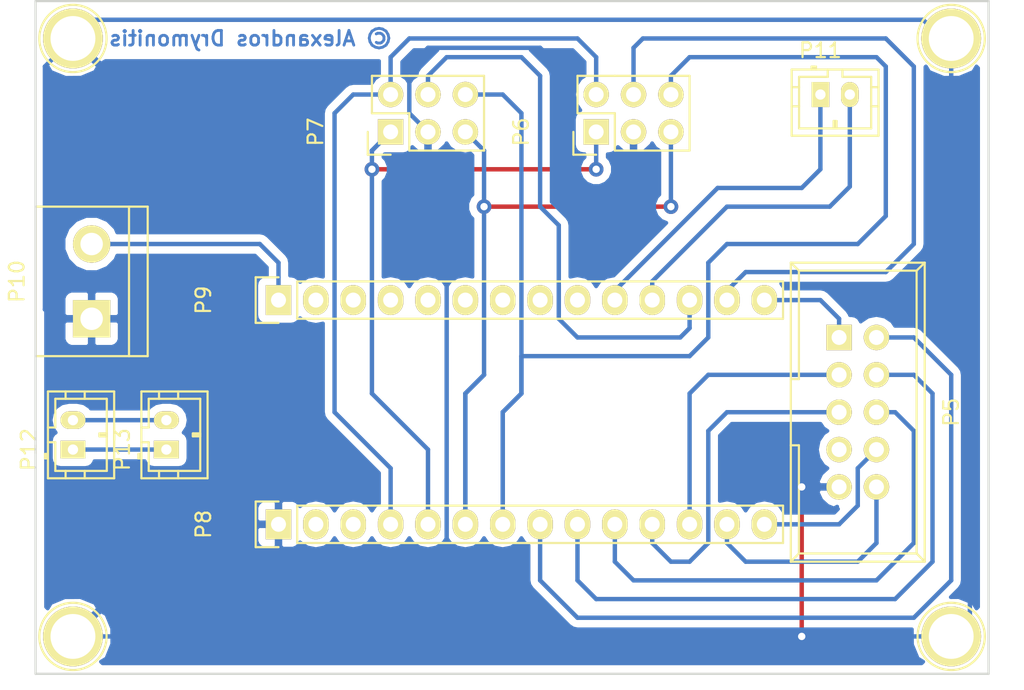
<source format=kicad_pcb>
(kicad_pcb (version 4) (host pcbnew 4.0.6+dfsg1-1)

  (general
    (links 31)
    (no_connects 0)
    (area 94.026667 87.417 163.783334 135.949)
    (thickness 1.6)
    (drawings 5)
    (tracks 167)
    (zones 0)
    (modules 13)
    (nets 32)
  )

  (page A4)
  (title_block
    (title "Teensy Mother Board")
    (date 2017-11-01)
    (rev 1)
    (company "Alexandros Drymonitis")
  )

  (layers
    (0 F.Cu signal)
    (31 B.Cu signal)
    (32 B.Adhes user)
    (33 F.Adhes user)
    (34 B.Paste user)
    (35 F.Paste user)
    (36 B.SilkS user)
    (37 F.SilkS user)
    (38 B.Mask user)
    (39 F.Mask user)
    (40 Dwgs.User user)
    (41 Cmts.User user)
    (42 Eco1.User user)
    (43 Eco2.User user)
    (44 Edge.Cuts user)
    (45 Margin user)
    (46 B.CrtYd user)
    (47 F.CrtYd user)
    (48 B.Fab user)
    (49 F.Fab user)
  )

  (setup
    (last_trace_width 0.3)
    (trace_clearance 0.2)
    (zone_clearance 0.508)
    (zone_45_only yes)
    (trace_min 0.2)
    (segment_width 0.2)
    (edge_width 0.15)
    (via_size 1)
    (via_drill 0.5)
    (via_min_size 0.5)
    (via_min_drill 0.3)
    (uvia_size 0.3)
    (uvia_drill 0.1)
    (uvias_allowed no)
    (uvia_min_size 0.2)
    (uvia_min_drill 0.1)
    (pcb_text_width 0.3)
    (pcb_text_size 1.5 1.5)
    (mod_edge_width 0.15)
    (mod_text_size 1 1)
    (mod_text_width 0.15)
    (pad_size 1.524 1.524)
    (pad_drill 0.762)
    (pad_to_mask_clearance 0.2)
    (aux_axis_origin 0 0)
    (visible_elements FFFFFF7F)
    (pcbplotparams
      (layerselection 0x010f0_80000001)
      (usegerberextensions false)
      (excludeedgelayer true)
      (linewidth 0.050000)
      (plotframeref false)
      (viasonmask false)
      (mode 1)
      (useauxorigin false)
      (hpglpennumber 1)
      (hpglpenspeed 20)
      (hpglpendiameter 15)
      (hpglpenoverlay 2)
      (psnegative false)
      (psa4output false)
      (plotreference true)
      (plotvalue true)
      (plotinvisibletext false)
      (padsonsilk false)
      (subtractmaskfromsilk false)
      (outputformat 1)
      (mirror false)
      (drillshape 0)
      (scaleselection 1)
      (outputdirectory gerber_files/))
  )

  (net 0 "")
  (net 1 GND)
  (net 2 /SCK)
  (net 3 /SLAVE_MUX_C)
  (net 4 /OUTPUT_LATCH)
  (net 5 /SLAVE_MUX_B)
  (net 6 /INPUT_LATCH)
  (net 7 /SLAVE_MUX_A)
  (net 8 "Net-(P5-Pad7)")
  (net 9 /MISO)
  (net 10 /MOSI)
  (net 11 /MASTER_MUX_C)
  (net 12 /MASTER_MUX_D)
  (net 13 /ANALOG_IN_A)
  (net 14 /MASTER_MUX_B)
  (net 15 /MASTER_MUX_A)
  (net 16 /ANALOG_IN_B)
  (net 17 "Net-(P8-Pad2)")
  (net 18 "Net-(P8-Pad3)")
  (net 19 VCC)
  (net 20 "Net-(P9-Pad2)")
  (net 21 "Net-(P9-Pad3)")
  (net 22 "Net-(P9-Pad4)")
  (net 23 "Net-(P9-Pad5)")
  (net 24 "Net-(P9-Pad6)")
  (net 25 "Net-(P9-Pad7)")
  (net 26 "Net-(P9-Pad8)")
  (net 27 "Net-(P9-Pad9)")
  (net 28 /INTERRUPT)
  (net 29 /CONST_HIGH)
  (net 30 /D+)
  (net 31 /D-)

  (net_class Default "This is the default net class."
    (clearance 0.2)
    (trace_width 0.3)
    (via_dia 1)
    (via_drill 0.5)
    (uvia_dia 0.3)
    (uvia_drill 0.1)
    (add_net /ANALOG_IN_A)
    (add_net /ANALOG_IN_B)
    (add_net /CONST_HIGH)
    (add_net /D+)
    (add_net /D-)
    (add_net /INPUT_LATCH)
    (add_net /INTERRUPT)
    (add_net /MASTER_MUX_A)
    (add_net /MASTER_MUX_B)
    (add_net /MASTER_MUX_C)
    (add_net /MASTER_MUX_D)
    (add_net /MISO)
    (add_net /MOSI)
    (add_net /OUTPUT_LATCH)
    (add_net /SCK)
    (add_net /SLAVE_MUX_A)
    (add_net /SLAVE_MUX_B)
    (add_net /SLAVE_MUX_C)
    (add_net GND)
    (add_net "Net-(P5-Pad7)")
    (add_net "Net-(P8-Pad2)")
    (add_net "Net-(P8-Pad3)")
    (add_net "Net-(P9-Pad2)")
    (add_net "Net-(P9-Pad3)")
    (add_net "Net-(P9-Pad4)")
    (add_net "Net-(P9-Pad5)")
    (add_net "Net-(P9-Pad6)")
    (add_net "Net-(P9-Pad7)")
    (add_net "Net-(P9-Pad8)")
    (add_net "Net-(P9-Pad9)")
    (add_net VCC)
  )

  (module Pin_Headers:Pin_Header_Straight_2x03 (layer F.Cu) (tedit 54EA0A4B) (tstamp 5964E4B6)
    (at 134.62 97.79 90)
    (descr "Through hole pin header")
    (tags "pin header")
    (path /5964DC8C)
    (fp_text reference P6 (at 0 -5.1 90) (layer F.SilkS)
      (effects (font (size 1 1) (thickness 0.15)))
    )
    (fp_text value CONN_02X03 (at 0 -3.1 90) (layer F.Fab)
      (effects (font (size 1 1) (thickness 0.15)))
    )
    (fp_line (start -1.27 1.27) (end -1.27 6.35) (layer F.SilkS) (width 0.15))
    (fp_line (start -1.55 -1.55) (end 0 -1.55) (layer F.SilkS) (width 0.15))
    (fp_line (start -1.75 -1.75) (end -1.75 6.85) (layer F.CrtYd) (width 0.05))
    (fp_line (start 4.3 -1.75) (end 4.3 6.85) (layer F.CrtYd) (width 0.05))
    (fp_line (start -1.75 -1.75) (end 4.3 -1.75) (layer F.CrtYd) (width 0.05))
    (fp_line (start -1.75 6.85) (end 4.3 6.85) (layer F.CrtYd) (width 0.05))
    (fp_line (start 1.27 -1.27) (end 1.27 1.27) (layer F.SilkS) (width 0.15))
    (fp_line (start 1.27 1.27) (end -1.27 1.27) (layer F.SilkS) (width 0.15))
    (fp_line (start -1.27 6.35) (end 3.81 6.35) (layer F.SilkS) (width 0.15))
    (fp_line (start 3.81 6.35) (end 3.81 1.27) (layer F.SilkS) (width 0.15))
    (fp_line (start -1.55 -1.55) (end -1.55 0) (layer F.SilkS) (width 0.15))
    (fp_line (start 3.81 -1.27) (end 1.27 -1.27) (layer F.SilkS) (width 0.15))
    (fp_line (start 3.81 1.27) (end 3.81 -1.27) (layer F.SilkS) (width 0.15))
    (pad 1 thru_hole rect (at 0 0 90) (size 1.7272 1.7272) (drill 1.016) (layers *.Cu *.Mask F.SilkS)
      (net 11 /MASTER_MUX_C))
    (pad 2 thru_hole oval (at 2.54 0 90) (size 1.7272 1.7272) (drill 1.016) (layers *.Cu *.Mask F.SilkS)
      (net 12 /MASTER_MUX_D))
    (pad 3 thru_hole oval (at 0 2.54 90) (size 1.7272 1.7272) (drill 1.016) (layers *.Cu *.Mask F.SilkS)
      (net 1 GND))
    (pad 4 thru_hole oval (at 2.54 2.54 90) (size 1.7272 1.7272) (drill 1.016) (layers *.Cu *.Mask F.SilkS)
      (net 13 /ANALOG_IN_A))
    (pad 5 thru_hole oval (at 0 5.08 90) (size 1.7272 1.7272) (drill 1.016) (layers *.Cu *.Mask F.SilkS)
      (net 14 /MASTER_MUX_B))
    (pad 6 thru_hole oval (at 2.54 5.08 90) (size 1.7272 1.7272) (drill 1.016) (layers *.Cu *.Mask F.SilkS)
      (net 15 /MASTER_MUX_A))
    (model Pin_Headers.3dshapes/Pin_Header_Straight_2x03.wrl
      (at (xyz 0.05 -0.1 0))
      (scale (xyz 1 1 1))
      (rotate (xyz 0 0 90))
    )
  )

  (module Pin_Headers:Pin_Header_Straight_2x03 (layer F.Cu) (tedit 54EA0A4B) (tstamp 5964E4C0)
    (at 120.65 97.79 90)
    (descr "Through hole pin header")
    (tags "pin header")
    (path /5964DCBF)
    (fp_text reference P7 (at 0 -5.1 90) (layer F.SilkS)
      (effects (font (size 1 1) (thickness 0.15)))
    )
    (fp_text value CONN_02X03 (at 0 -3.1 90) (layer F.Fab)
      (effects (font (size 1 1) (thickness 0.15)))
    )
    (fp_line (start -1.27 1.27) (end -1.27 6.35) (layer F.SilkS) (width 0.15))
    (fp_line (start -1.55 -1.55) (end 0 -1.55) (layer F.SilkS) (width 0.15))
    (fp_line (start -1.75 -1.75) (end -1.75 6.85) (layer F.CrtYd) (width 0.05))
    (fp_line (start 4.3 -1.75) (end 4.3 6.85) (layer F.CrtYd) (width 0.05))
    (fp_line (start -1.75 -1.75) (end 4.3 -1.75) (layer F.CrtYd) (width 0.05))
    (fp_line (start -1.75 6.85) (end 4.3 6.85) (layer F.CrtYd) (width 0.05))
    (fp_line (start 1.27 -1.27) (end 1.27 1.27) (layer F.SilkS) (width 0.15))
    (fp_line (start 1.27 1.27) (end -1.27 1.27) (layer F.SilkS) (width 0.15))
    (fp_line (start -1.27 6.35) (end 3.81 6.35) (layer F.SilkS) (width 0.15))
    (fp_line (start 3.81 6.35) (end 3.81 1.27) (layer F.SilkS) (width 0.15))
    (fp_line (start -1.55 -1.55) (end -1.55 0) (layer F.SilkS) (width 0.15))
    (fp_line (start 3.81 -1.27) (end 1.27 -1.27) (layer F.SilkS) (width 0.15))
    (fp_line (start 3.81 1.27) (end 3.81 -1.27) (layer F.SilkS) (width 0.15))
    (pad 1 thru_hole rect (at 0 0 90) (size 1.7272 1.7272) (drill 1.016) (layers *.Cu *.Mask F.SilkS)
      (net 11 /MASTER_MUX_C))
    (pad 2 thru_hole oval (at 2.54 0 90) (size 1.7272 1.7272) (drill 1.016) (layers *.Cu *.Mask F.SilkS)
      (net 12 /MASTER_MUX_D))
    (pad 3 thru_hole oval (at 0 2.54 90) (size 1.7272 1.7272) (drill 1.016) (layers *.Cu *.Mask F.SilkS)
      (net 1 GND))
    (pad 4 thru_hole oval (at 2.54 2.54 90) (size 1.7272 1.7272) (drill 1.016) (layers *.Cu *.Mask F.SilkS)
      (net 16 /ANALOG_IN_B))
    (pad 5 thru_hole oval (at 0 5.08 90) (size 1.7272 1.7272) (drill 1.016) (layers *.Cu *.Mask F.SilkS)
      (net 14 /MASTER_MUX_B))
    (pad 6 thru_hole oval (at 2.54 5.08 90) (size 1.7272 1.7272) (drill 1.016) (layers *.Cu *.Mask F.SilkS)
      (net 15 /MASTER_MUX_A))
    (model Pin_Headers.3dshapes/Pin_Header_Straight_2x03.wrl
      (at (xyz 0.05 -0.1 0))
      (scale (xyz 1 1 1))
      (rotate (xyz 0 0 90))
    )
  )

  (module Pin_Headers:Pin_Header_Straight_1x14 (layer F.Cu) (tedit 0) (tstamp 5964E4D2)
    (at 113.03 124.46 90)
    (descr "Through hole pin header")
    (tags "pin header")
    (path /5964DC13)
    (fp_text reference P8 (at 0 -5.1 90) (layer F.SilkS)
      (effects (font (size 1 1) (thickness 0.15)))
    )
    (fp_text value CONN_01X14 (at 0 -3.1 90) (layer F.Fab)
      (effects (font (size 1 1) (thickness 0.15)))
    )
    (fp_line (start -1.75 -1.75) (end -1.75 34.8) (layer F.CrtYd) (width 0.05))
    (fp_line (start 1.75 -1.75) (end 1.75 34.8) (layer F.CrtYd) (width 0.05))
    (fp_line (start -1.75 -1.75) (end 1.75 -1.75) (layer F.CrtYd) (width 0.05))
    (fp_line (start -1.75 34.8) (end 1.75 34.8) (layer F.CrtYd) (width 0.05))
    (fp_line (start -1.27 1.27) (end -1.27 34.29) (layer F.SilkS) (width 0.15))
    (fp_line (start -1.27 34.29) (end 1.27 34.29) (layer F.SilkS) (width 0.15))
    (fp_line (start 1.27 34.29) (end 1.27 1.27) (layer F.SilkS) (width 0.15))
    (fp_line (start 1.55 -1.55) (end 1.55 0) (layer F.SilkS) (width 0.15))
    (fp_line (start 1.27 1.27) (end -1.27 1.27) (layer F.SilkS) (width 0.15))
    (fp_line (start -1.55 0) (end -1.55 -1.55) (layer F.SilkS) (width 0.15))
    (fp_line (start -1.55 -1.55) (end 1.55 -1.55) (layer F.SilkS) (width 0.15))
    (pad 1 thru_hole rect (at 0 0 90) (size 2.032 1.7272) (drill 1.016) (layers *.Cu *.Mask F.SilkS)
      (net 1 GND))
    (pad 2 thru_hole oval (at 0 2.54 90) (size 2.032 1.7272) (drill 1.016) (layers *.Cu *.Mask F.SilkS)
      (net 17 "Net-(P8-Pad2)"))
    (pad 3 thru_hole oval (at 0 5.08 90) (size 2.032 1.7272) (drill 1.016) (layers *.Cu *.Mask F.SilkS)
      (net 18 "Net-(P8-Pad3)"))
    (pad 4 thru_hole oval (at 0 7.62 90) (size 2.032 1.7272) (drill 1.016) (layers *.Cu *.Mask F.SilkS)
      (net 12 /MASTER_MUX_D))
    (pad 5 thru_hole oval (at 0 10.16 90) (size 2.032 1.7272) (drill 1.016) (layers *.Cu *.Mask F.SilkS)
      (net 11 /MASTER_MUX_C))
    (pad 6 thru_hole oval (at 0 12.7 90) (size 2.032 1.7272) (drill 1.016) (layers *.Cu *.Mask F.SilkS)
      (net 14 /MASTER_MUX_B))
    (pad 7 thru_hole oval (at 0 15.24 90) (size 2.032 1.7272) (drill 1.016) (layers *.Cu *.Mask F.SilkS)
      (net 15 /MASTER_MUX_A))
    (pad 8 thru_hole oval (at 0 17.78 90) (size 2.032 1.7272) (drill 1.016) (layers *.Cu *.Mask F.SilkS)
      (net 3 /SLAVE_MUX_C))
    (pad 9 thru_hole oval (at 0 20.32 90) (size 2.032 1.7272) (drill 1.016) (layers *.Cu *.Mask F.SilkS)
      (net 5 /SLAVE_MUX_B))
    (pad 10 thru_hole oval (at 0 22.86 90) (size 2.032 1.7272) (drill 1.016) (layers *.Cu *.Mask F.SilkS)
      (net 7 /SLAVE_MUX_A))
    (pad 11 thru_hole oval (at 0 25.4 90) (size 2.032 1.7272) (drill 1.016) (layers *.Cu *.Mask F.SilkS)
      (net 6 /INPUT_LATCH))
    (pad 12 thru_hole oval (at 0 27.94 90) (size 2.032 1.7272) (drill 1.016) (layers *.Cu *.Mask F.SilkS)
      (net 4 /OUTPUT_LATCH))
    (pad 13 thru_hole oval (at 0 30.48 90) (size 2.032 1.7272) (drill 1.016) (layers *.Cu *.Mask F.SilkS)
      (net 10 /MOSI))
    (pad 14 thru_hole oval (at 0 33.02 90) (size 2.032 1.7272) (drill 1.016) (layers *.Cu *.Mask F.SilkS)
      (net 9 /MISO))
    (model Pin_Headers.3dshapes/Pin_Header_Straight_1x14.wrl
      (at (xyz 0 -0.65 0))
      (scale (xyz 1 1 1))
      (rotate (xyz 0 0 90))
    )
  )

  (module Pin_Headers:Pin_Header_Straight_1x14 (layer F.Cu) (tedit 0) (tstamp 5964E4E4)
    (at 113.03 109.22 90)
    (descr "Through hole pin header")
    (tags "pin header")
    (path /5964DB7F)
    (fp_text reference P9 (at 0 -5.1 90) (layer F.SilkS)
      (effects (font (size 1 1) (thickness 0.15)))
    )
    (fp_text value CONN_01X14 (at 0 -3.1 90) (layer F.Fab)
      (effects (font (size 1 1) (thickness 0.15)))
    )
    (fp_line (start -1.75 -1.75) (end -1.75 34.8) (layer F.CrtYd) (width 0.05))
    (fp_line (start 1.75 -1.75) (end 1.75 34.8) (layer F.CrtYd) (width 0.05))
    (fp_line (start -1.75 -1.75) (end 1.75 -1.75) (layer F.CrtYd) (width 0.05))
    (fp_line (start -1.75 34.8) (end 1.75 34.8) (layer F.CrtYd) (width 0.05))
    (fp_line (start -1.27 1.27) (end -1.27 34.29) (layer F.SilkS) (width 0.15))
    (fp_line (start -1.27 34.29) (end 1.27 34.29) (layer F.SilkS) (width 0.15))
    (fp_line (start 1.27 34.29) (end 1.27 1.27) (layer F.SilkS) (width 0.15))
    (fp_line (start 1.55 -1.55) (end 1.55 0) (layer F.SilkS) (width 0.15))
    (fp_line (start 1.27 1.27) (end -1.27 1.27) (layer F.SilkS) (width 0.15))
    (fp_line (start -1.55 0) (end -1.55 -1.55) (layer F.SilkS) (width 0.15))
    (fp_line (start -1.55 -1.55) (end 1.55 -1.55) (layer F.SilkS) (width 0.15))
    (pad 1 thru_hole rect (at 0 0 90) (size 2.032 1.7272) (drill 1.016) (layers *.Cu *.Mask F.SilkS)
      (net 19 VCC))
    (pad 2 thru_hole oval (at 0 2.54 90) (size 2.032 1.7272) (drill 1.016) (layers *.Cu *.Mask F.SilkS)
      (net 20 "Net-(P9-Pad2)"))
    (pad 3 thru_hole oval (at 0 5.08 90) (size 2.032 1.7272) (drill 1.016) (layers *.Cu *.Mask F.SilkS)
      (net 21 "Net-(P9-Pad3)"))
    (pad 4 thru_hole oval (at 0 7.62 90) (size 2.032 1.7272) (drill 1.016) (layers *.Cu *.Mask F.SilkS)
      (net 22 "Net-(P9-Pad4)"))
    (pad 5 thru_hole oval (at 0 10.16 90) (size 2.032 1.7272) (drill 1.016) (layers *.Cu *.Mask F.SilkS)
      (net 23 "Net-(P9-Pad5)"))
    (pad 6 thru_hole oval (at 0 12.7 90) (size 2.032 1.7272) (drill 1.016) (layers *.Cu *.Mask F.SilkS)
      (net 24 "Net-(P9-Pad6)"))
    (pad 7 thru_hole oval (at 0 15.24 90) (size 2.032 1.7272) (drill 1.016) (layers *.Cu *.Mask F.SilkS)
      (net 25 "Net-(P9-Pad7)"))
    (pad 8 thru_hole oval (at 0 17.78 90) (size 2.032 1.7272) (drill 1.016) (layers *.Cu *.Mask F.SilkS)
      (net 26 "Net-(P9-Pad8)"))
    (pad 9 thru_hole oval (at 0 20.32 90) (size 2.032 1.7272) (drill 1.016) (layers *.Cu *.Mask F.SilkS)
      (net 27 "Net-(P9-Pad9)"))
    (pad 10 thru_hole oval (at 0 22.86 90) (size 2.032 1.7272) (drill 1.016) (layers *.Cu *.Mask F.SilkS)
      (net 28 /INTERRUPT))
    (pad 11 thru_hole oval (at 0 25.4 90) (size 2.032 1.7272) (drill 1.016) (layers *.Cu *.Mask F.SilkS)
      (net 29 /CONST_HIGH))
    (pad 12 thru_hole oval (at 0 27.94 90) (size 2.032 1.7272) (drill 1.016) (layers *.Cu *.Mask F.SilkS)
      (net 16 /ANALOG_IN_B))
    (pad 13 thru_hole oval (at 0 30.48 90) (size 2.032 1.7272) (drill 1.016) (layers *.Cu *.Mask F.SilkS)
      (net 13 /ANALOG_IN_A))
    (pad 14 thru_hole oval (at 0 33.02 90) (size 2.032 1.7272) (drill 1.016) (layers *.Cu *.Mask F.SilkS)
      (net 2 /SCK))
    (model Pin_Headers.3dshapes/Pin_Header_Straight_1x14.wrl
      (at (xyz 0 -0.65 0))
      (scale (xyz 1 1 1))
      (rotate (xyz 0 0 90))
    )
  )

  (module Connectors_JST:Connectors_JST_B2B-PH-K (layer F.Cu) (tedit 55F6C32A) (tstamp 5964E4F0)
    (at 149.86 95.25)
    (descr "JST PH series connector, B2B-PH-K")
    (tags "connector jst ph")
    (path /5964DDA1)
    (fp_text reference P11 (at 0 -3) (layer F.SilkS)
      (effects (font (size 1 1) (thickness 0.15)))
    )
    (fp_text value CONN_01X02 (at 1 4) (layer F.Fab)
      (effects (font (size 1 1) (thickness 0.15)))
    )
    (fp_line (start -1.95 2.8) (end -1.95 -1.7) (layer F.SilkS) (width 0.15))
    (fp_line (start -1.95 -1.7) (end 3.95 -1.7) (layer F.SilkS) (width 0.15))
    (fp_line (start 3.95 -1.7) (end 3.95 2.8) (layer F.SilkS) (width 0.15))
    (fp_line (start 3.95 2.8) (end -1.95 2.8) (layer F.SilkS) (width 0.15))
    (fp_line (start 0.5 -1.7) (end 0.5 -1.2) (layer F.SilkS) (width 0.15))
    (fp_line (start 0.5 -1.2) (end -1.45 -1.2) (layer F.SilkS) (width 0.15))
    (fp_line (start -1.45 -1.2) (end -1.45 2.3) (layer F.SilkS) (width 0.15))
    (fp_line (start -1.45 2.3) (end 3.45 2.3) (layer F.SilkS) (width 0.15))
    (fp_line (start 3.45 2.3) (end 3.45 -1.2) (layer F.SilkS) (width 0.15))
    (fp_line (start 3.45 -1.2) (end 1.5 -1.2) (layer F.SilkS) (width 0.15))
    (fp_line (start 1.5 -1.2) (end 1.5 -1.7) (layer F.SilkS) (width 0.15))
    (fp_line (start -1.95 -0.5) (end -1.45 -0.5) (layer F.SilkS) (width 0.15))
    (fp_line (start -1.95 0.8) (end -1.45 0.8) (layer F.SilkS) (width 0.15))
    (fp_line (start 3.45 -0.5) (end 3.95 -0.5) (layer F.SilkS) (width 0.15))
    (fp_line (start 3.45 0.8) (end 3.95 0.8) (layer F.SilkS) (width 0.15))
    (fp_line (start -0.3 -1.7) (end -0.3 -1.9) (layer F.SilkS) (width 0.15))
    (fp_line (start -0.3 -1.9) (end -0.6 -1.9) (layer F.SilkS) (width 0.15))
    (fp_line (start -0.6 -1.9) (end -0.6 -1.7) (layer F.SilkS) (width 0.15))
    (fp_line (start -0.3 -1.8) (end -0.6 -1.8) (layer F.SilkS) (width 0.15))
    (fp_line (start 0.9 2.3) (end 0.9 1.8) (layer F.SilkS) (width 0.15))
    (fp_line (start 0.9 1.8) (end 1.1 1.8) (layer F.SilkS) (width 0.15))
    (fp_line (start 1.1 1.8) (end 1.1 2.3) (layer F.SilkS) (width 0.15))
    (fp_line (start 1 2.3) (end 1 1.8) (layer F.SilkS) (width 0.15))
    (fp_line (start -2.45 3.3) (end -2.45 -2.2) (layer F.CrtYd) (width 0.05))
    (fp_line (start -2.45 -2.2) (end 4.45 -2.2) (layer F.CrtYd) (width 0.05))
    (fp_line (start 4.45 -2.2) (end 4.45 3.3) (layer F.CrtYd) (width 0.05))
    (fp_line (start 4.45 3.3) (end -2.45 3.3) (layer F.CrtYd) (width 0.05))
    (pad 1 thru_hole rect (at 0 0) (size 1.2 1.7) (drill 0.7) (layers *.Cu *.Mask F.SilkS)
      (net 28 /INTERRUPT))
    (pad 2 thru_hole oval (at 2 0) (size 1.2 1.7) (drill 0.7) (layers *.Cu *.Mask F.SilkS)
      (net 29 /CONST_HIGH))
  )

  (module Connectors_JST:Connectors_JST_B2B-PH-K (layer F.Cu) (tedit 55F6C32A) (tstamp 5964EA6E)
    (at 99.06 119.38 90)
    (descr "JST PH series connector, B2B-PH-K")
    (tags "connector jst ph")
    (path /59655191)
    (fp_text reference P12 (at 0 -3 90) (layer F.SilkS)
      (effects (font (size 1 1) (thickness 0.15)))
    )
    (fp_text value CONN_01X02 (at 1 4 90) (layer F.Fab)
      (effects (font (size 1 1) (thickness 0.15)))
    )
    (fp_line (start -1.95 2.8) (end -1.95 -1.7) (layer F.SilkS) (width 0.15))
    (fp_line (start -1.95 -1.7) (end 3.95 -1.7) (layer F.SilkS) (width 0.15))
    (fp_line (start 3.95 -1.7) (end 3.95 2.8) (layer F.SilkS) (width 0.15))
    (fp_line (start 3.95 2.8) (end -1.95 2.8) (layer F.SilkS) (width 0.15))
    (fp_line (start 0.5 -1.7) (end 0.5 -1.2) (layer F.SilkS) (width 0.15))
    (fp_line (start 0.5 -1.2) (end -1.45 -1.2) (layer F.SilkS) (width 0.15))
    (fp_line (start -1.45 -1.2) (end -1.45 2.3) (layer F.SilkS) (width 0.15))
    (fp_line (start -1.45 2.3) (end 3.45 2.3) (layer F.SilkS) (width 0.15))
    (fp_line (start 3.45 2.3) (end 3.45 -1.2) (layer F.SilkS) (width 0.15))
    (fp_line (start 3.45 -1.2) (end 1.5 -1.2) (layer F.SilkS) (width 0.15))
    (fp_line (start 1.5 -1.2) (end 1.5 -1.7) (layer F.SilkS) (width 0.15))
    (fp_line (start -1.95 -0.5) (end -1.45 -0.5) (layer F.SilkS) (width 0.15))
    (fp_line (start -1.95 0.8) (end -1.45 0.8) (layer F.SilkS) (width 0.15))
    (fp_line (start 3.45 -0.5) (end 3.95 -0.5) (layer F.SilkS) (width 0.15))
    (fp_line (start 3.45 0.8) (end 3.95 0.8) (layer F.SilkS) (width 0.15))
    (fp_line (start -0.3 -1.7) (end -0.3 -1.9) (layer F.SilkS) (width 0.15))
    (fp_line (start -0.3 -1.9) (end -0.6 -1.9) (layer F.SilkS) (width 0.15))
    (fp_line (start -0.6 -1.9) (end -0.6 -1.7) (layer F.SilkS) (width 0.15))
    (fp_line (start -0.3 -1.8) (end -0.6 -1.8) (layer F.SilkS) (width 0.15))
    (fp_line (start 0.9 2.3) (end 0.9 1.8) (layer F.SilkS) (width 0.15))
    (fp_line (start 0.9 1.8) (end 1.1 1.8) (layer F.SilkS) (width 0.15))
    (fp_line (start 1.1 1.8) (end 1.1 2.3) (layer F.SilkS) (width 0.15))
    (fp_line (start 1 2.3) (end 1 1.8) (layer F.SilkS) (width 0.15))
    (fp_line (start -2.45 3.3) (end -2.45 -2.2) (layer F.CrtYd) (width 0.05))
    (fp_line (start -2.45 -2.2) (end 4.45 -2.2) (layer F.CrtYd) (width 0.05))
    (fp_line (start 4.45 -2.2) (end 4.45 3.3) (layer F.CrtYd) (width 0.05))
    (fp_line (start 4.45 3.3) (end -2.45 3.3) (layer F.CrtYd) (width 0.05))
    (pad 1 thru_hole rect (at 0 0 90) (size 1.2 1.7) (drill 0.7) (layers *.Cu *.Mask F.SilkS)
      (net 30 /D+))
    (pad 2 thru_hole oval (at 2 0 90) (size 1.2 1.7) (drill 0.7) (layers *.Cu *.Mask F.SilkS)
      (net 31 /D-))
  )

  (module Connectors_JST:Connectors_JST_B2B-PH-K (layer F.Cu) (tedit 55F6C32A) (tstamp 5964EA74)
    (at 105.41 119.38 90)
    (descr "JST PH series connector, B2B-PH-K")
    (tags "connector jst ph")
    (path /59655118)
    (fp_text reference P13 (at 0 -3 90) (layer F.SilkS)
      (effects (font (size 1 1) (thickness 0.15)))
    )
    (fp_text value CONN_01X02 (at 1 4 90) (layer F.Fab)
      (effects (font (size 1 1) (thickness 0.15)))
    )
    (fp_line (start -1.95 2.8) (end -1.95 -1.7) (layer F.SilkS) (width 0.15))
    (fp_line (start -1.95 -1.7) (end 3.95 -1.7) (layer F.SilkS) (width 0.15))
    (fp_line (start 3.95 -1.7) (end 3.95 2.8) (layer F.SilkS) (width 0.15))
    (fp_line (start 3.95 2.8) (end -1.95 2.8) (layer F.SilkS) (width 0.15))
    (fp_line (start 0.5 -1.7) (end 0.5 -1.2) (layer F.SilkS) (width 0.15))
    (fp_line (start 0.5 -1.2) (end -1.45 -1.2) (layer F.SilkS) (width 0.15))
    (fp_line (start -1.45 -1.2) (end -1.45 2.3) (layer F.SilkS) (width 0.15))
    (fp_line (start -1.45 2.3) (end 3.45 2.3) (layer F.SilkS) (width 0.15))
    (fp_line (start 3.45 2.3) (end 3.45 -1.2) (layer F.SilkS) (width 0.15))
    (fp_line (start 3.45 -1.2) (end 1.5 -1.2) (layer F.SilkS) (width 0.15))
    (fp_line (start 1.5 -1.2) (end 1.5 -1.7) (layer F.SilkS) (width 0.15))
    (fp_line (start -1.95 -0.5) (end -1.45 -0.5) (layer F.SilkS) (width 0.15))
    (fp_line (start -1.95 0.8) (end -1.45 0.8) (layer F.SilkS) (width 0.15))
    (fp_line (start 3.45 -0.5) (end 3.95 -0.5) (layer F.SilkS) (width 0.15))
    (fp_line (start 3.45 0.8) (end 3.95 0.8) (layer F.SilkS) (width 0.15))
    (fp_line (start -0.3 -1.7) (end -0.3 -1.9) (layer F.SilkS) (width 0.15))
    (fp_line (start -0.3 -1.9) (end -0.6 -1.9) (layer F.SilkS) (width 0.15))
    (fp_line (start -0.6 -1.9) (end -0.6 -1.7) (layer F.SilkS) (width 0.15))
    (fp_line (start -0.3 -1.8) (end -0.6 -1.8) (layer F.SilkS) (width 0.15))
    (fp_line (start 0.9 2.3) (end 0.9 1.8) (layer F.SilkS) (width 0.15))
    (fp_line (start 0.9 1.8) (end 1.1 1.8) (layer F.SilkS) (width 0.15))
    (fp_line (start 1.1 1.8) (end 1.1 2.3) (layer F.SilkS) (width 0.15))
    (fp_line (start 1 2.3) (end 1 1.8) (layer F.SilkS) (width 0.15))
    (fp_line (start -2.45 3.3) (end -2.45 -2.2) (layer F.CrtYd) (width 0.05))
    (fp_line (start -2.45 -2.2) (end 4.45 -2.2) (layer F.CrtYd) (width 0.05))
    (fp_line (start 4.45 -2.2) (end 4.45 3.3) (layer F.CrtYd) (width 0.05))
    (fp_line (start 4.45 3.3) (end -2.45 3.3) (layer F.CrtYd) (width 0.05))
    (pad 1 thru_hole rect (at 0 0 90) (size 1.2 1.7) (drill 0.7) (layers *.Cu *.Mask F.SilkS)
      (net 30 /D+))
    (pad 2 thru_hole oval (at 2 0 90) (size 1.2 1.7) (drill 0.7) (layers *.Cu *.Mask F.SilkS)
      (net 31 /D-))
  )

  (module drillhole:hole (layer F.Cu) (tedit 5957842A) (tstamp 59668951)
    (at 158.75 91.44)
    (descr "module 1 pin (ou trou mecanique de percage)")
    (tags DEV)
    (path /5964DDD2)
    (fp_text reference P1 (at 0 -3.048) (layer F.SilkS) hide
      (effects (font (size 1 1) (thickness 0.15)))
    )
    (fp_text value CONN_01X01 (at 0 2.794) (layer F.Fab)
      (effects (font (size 1 1) (thickness 0.15)))
    )
    (fp_circle (center 0 0) (end 0 -2.286) (layer F.SilkS) (width 0.15))
    (pad 1 thru_hole circle (at 0 0) (size 4.064 4.064) (drill 3.048) (layers *.Cu *.Mask F.SilkS)
      (net 1 GND))
  )

  (module drillhole:hole (layer F.Cu) (tedit 5957842A) (tstamp 59668955)
    (at 99.06 91.44)
    (descr "module 1 pin (ou trou mecanique de percage)")
    (tags DEV)
    (path /5964DE7F)
    (fp_text reference P2 (at 0 -3.048) (layer F.SilkS) hide
      (effects (font (size 1 1) (thickness 0.15)))
    )
    (fp_text value CONN_01X01 (at 0 2.794) (layer F.Fab)
      (effects (font (size 1 1) (thickness 0.15)))
    )
    (fp_circle (center 0 0) (end 0 -2.286) (layer F.SilkS) (width 0.15))
    (pad 1 thru_hole circle (at 0 0) (size 4.064 4.064) (drill 3.048) (layers *.Cu *.Mask F.SilkS)
      (net 1 GND))
  )

  (module drillhole:hole (layer F.Cu) (tedit 5957842A) (tstamp 59668959)
    (at 158.75 132.08)
    (descr "module 1 pin (ou trou mecanique de percage)")
    (tags DEV)
    (path /5964DEAF)
    (fp_text reference P3 (at 0 -3.048) (layer F.SilkS) hide
      (effects (font (size 1 1) (thickness 0.15)))
    )
    (fp_text value CONN_01X01 (at 0 2.794) (layer F.Fab)
      (effects (font (size 1 1) (thickness 0.15)))
    )
    (fp_circle (center 0 0) (end 0 -2.286) (layer F.SilkS) (width 0.15))
    (pad 1 thru_hole circle (at 0 0) (size 4.064 4.064) (drill 3.048) (layers *.Cu *.Mask F.SilkS)
      (net 1 GND))
  )

  (module drillhole:hole (layer F.Cu) (tedit 5957842A) (tstamp 5966895D)
    (at 99.06 132.08)
    (descr "module 1 pin (ou trou mecanique de percage)")
    (tags DEV)
    (path /5964DEE2)
    (fp_text reference P4 (at 0 -3.048) (layer F.SilkS) hide
      (effects (font (size 1 1) (thickness 0.15)))
    )
    (fp_text value CONN_01X01 (at 0 2.794) (layer F.Fab)
      (effects (font (size 1 1) (thickness 0.15)))
    )
    (fp_circle (center 0 0) (end 0 -2.286) (layer F.SilkS) (width 0.15))
    (pad 1 thru_hole circle (at 0 0) (size 4.064 4.064) (drill 3.048) (layers *.Cu *.Mask F.SilkS)
      (net 1 GND))
  )

  (module Connect:bornier2 (layer F.Cu) (tedit 0) (tstamp 59668961)
    (at 100.33 107.95 90)
    (descr "Bornier d'alimentation 2 pins")
    (tags DEV)
    (path /5964DCEE)
    (fp_text reference P10 (at 0 -5.08 90) (layer F.SilkS)
      (effects (font (size 1 1) (thickness 0.15)))
    )
    (fp_text value CONN_01X02 (at 0 5.08 90) (layer F.Fab)
      (effects (font (size 1 1) (thickness 0.15)))
    )
    (fp_line (start 5.08 2.54) (end -5.08 2.54) (layer F.SilkS) (width 0.15))
    (fp_line (start 5.08 3.81) (end 5.08 -3.81) (layer F.SilkS) (width 0.15))
    (fp_line (start 5.08 -3.81) (end -5.08 -3.81) (layer F.SilkS) (width 0.15))
    (fp_line (start -5.08 -3.81) (end -5.08 3.81) (layer F.SilkS) (width 0.15))
    (fp_line (start -5.08 3.81) (end 5.08 3.81) (layer F.SilkS) (width 0.15))
    (pad 1 thru_hole rect (at -2.54 0 90) (size 2.54 2.54) (drill 1.524) (layers *.Cu *.Mask F.SilkS)
      (net 1 GND))
    (pad 2 thru_hole circle (at 2.54 0 90) (size 2.54 2.54) (drill 1.524) (layers *.Cu *.Mask F.SilkS)
      (net 19 VCC))
    (model Connect.3dshapes/bornier2.wrl
      (at (xyz 0 0 0))
      (scale (xyz 1 1 1))
      (rotate (xyz 0 0 0))
    )
  )

  (module Connect:IDC_Header_Straight_10pins (layer F.Cu) (tedit 0) (tstamp 596B2CAE)
    (at 151.13 111.76 270)
    (descr "10 pins through hole IDC header")
    (tags "IDC header socket VASCH")
    (path /5964DC32)
    (fp_text reference P5 (at 5.08 -7.62 270) (layer F.SilkS)
      (effects (font (size 1 1) (thickness 0.15)))
    )
    (fp_text value CONN_02X05 (at 5.08 5.223 270) (layer F.Fab)
      (effects (font (size 1 1) (thickness 0.15)))
    )
    (fp_line (start -5.08 -5.82) (end 15.24 -5.82) (layer F.SilkS) (width 0.15))
    (fp_line (start -4.54 -5.27) (end 14.68 -5.27) (layer F.SilkS) (width 0.15))
    (fp_line (start -5.08 3.28) (end 15.24 3.28) (layer F.SilkS) (width 0.15))
    (fp_line (start -4.54 2.73) (end 2.83 2.73) (layer F.SilkS) (width 0.15))
    (fp_line (start 7.33 2.73) (end 14.68 2.73) (layer F.SilkS) (width 0.15))
    (fp_line (start 2.83 2.73) (end 2.83 3.28) (layer F.SilkS) (width 0.15))
    (fp_line (start 7.33 2.73) (end 7.33 3.28) (layer F.SilkS) (width 0.15))
    (fp_line (start -5.08 -5.82) (end -5.08 3.28) (layer F.SilkS) (width 0.15))
    (fp_line (start -4.54 -5.27) (end -4.54 2.73) (layer F.SilkS) (width 0.15))
    (fp_line (start 15.24 -5.82) (end 15.24 3.28) (layer F.SilkS) (width 0.15))
    (fp_line (start 14.68 -5.27) (end 14.68 2.73) (layer F.SilkS) (width 0.15))
    (fp_line (start -5.08 -5.82) (end -4.54 -5.27) (layer F.SilkS) (width 0.15))
    (fp_line (start 15.24 -5.82) (end 14.68 -5.27) (layer F.SilkS) (width 0.15))
    (fp_line (start -5.08 3.28) (end -4.54 2.73) (layer F.SilkS) (width 0.15))
    (fp_line (start 15.24 3.28) (end 14.68 2.73) (layer F.SilkS) (width 0.15))
    (fp_line (start -5.35 -6.05) (end 15.5 -6.05) (layer F.CrtYd) (width 0.05))
    (fp_line (start 15.5 -6.05) (end 15.5 3.55) (layer F.CrtYd) (width 0.05))
    (fp_line (start 15.5 3.55) (end -5.35 3.55) (layer F.CrtYd) (width 0.05))
    (fp_line (start -5.35 3.55) (end -5.35 -6.05) (layer F.CrtYd) (width 0.05))
    (pad 1 thru_hole rect (at 0 0 270) (size 1.7272 1.7272) (drill 1.016) (layers *.Cu *.Mask F.SilkS)
      (net 2 /SCK))
    (pad 2 thru_hole oval (at 0 -2.54 270) (size 1.7272 1.7272) (drill 1.016) (layers *.Cu *.Mask F.SilkS)
      (net 3 /SLAVE_MUX_C))
    (pad 3 thru_hole oval (at 2.54 0 270) (size 1.7272 1.7272) (drill 1.016) (layers *.Cu *.Mask F.SilkS)
      (net 4 /OUTPUT_LATCH))
    (pad 4 thru_hole oval (at 2.54 -2.54 270) (size 1.7272 1.7272) (drill 1.016) (layers *.Cu *.Mask F.SilkS)
      (net 5 /SLAVE_MUX_B))
    (pad 5 thru_hole oval (at 5.08 0 270) (size 1.7272 1.7272) (drill 1.016) (layers *.Cu *.Mask F.SilkS)
      (net 6 /INPUT_LATCH))
    (pad 6 thru_hole oval (at 5.08 -2.54 270) (size 1.7272 1.7272) (drill 1.016) (layers *.Cu *.Mask F.SilkS)
      (net 7 /SLAVE_MUX_A))
    (pad 7 thru_hole oval (at 7.62 0 270) (size 1.7272 1.7272) (drill 1.016) (layers *.Cu *.Mask F.SilkS)
      (net 8 "Net-(P5-Pad7)"))
    (pad 8 thru_hole oval (at 7.62 -2.54 270) (size 1.7272 1.7272) (drill 1.016) (layers *.Cu *.Mask F.SilkS)
      (net 9 /MISO))
    (pad 9 thru_hole oval (at 10.16 0 270) (size 1.7272 1.7272) (drill 1.016) (layers *.Cu *.Mask F.SilkS)
      (net 1 GND))
    (pad 10 thru_hole oval (at 10.16 -2.54 270) (size 1.7272 1.7272) (drill 1.016) (layers *.Cu *.Mask F.SilkS)
      (net 10 /MOSI))
  )

  (gr_text "© Alexandros Drymonitis" (at 111.125 91.44) (layer B.Cu)
    (effects (font (size 1 1) (thickness 0.1905)) (justify mirror))
  )
  (gr_line (start 96.52 134.62) (end 96.52 88.9) (angle 90) (layer Edge.Cuts) (width 0.15))
  (gr_line (start 161.29 134.62) (end 96.52 134.62) (angle 90) (layer Edge.Cuts) (width 0.15))
  (gr_line (start 161.29 88.9) (end 161.29 134.62) (angle 90) (layer Edge.Cuts) (width 0.15))
  (gr_line (start 96.52 88.9) (end 161.29 88.9) (angle 90) (layer Edge.Cuts) (width 0.15))

  (segment (start 151.13 121.92) (end 148.59 121.92) (width 0.3) (layer B.Cu) (net 1))
  (via (at 148.59 132.08) (size 1) (drill 0.5) (layers F.Cu B.Cu) (net 1))
  (segment (start 148.59 121.92) (end 148.59 132.08) (width 0.3) (layer F.Cu) (net 1) (tstamp 59F9A67E))
  (via (at 148.59 121.92) (size 1) (drill 0.5) (layers F.Cu B.Cu) (net 1))
  (segment (start 100.33 110.49) (end 106.68 110.49) (width 0.3) (layer B.Cu) (net 1) (status 10))
  (segment (start 106.68 110.49) (end 113.03 116.84) (width 0.3) (layer B.Cu) (net 1) (tstamp 5964EB5D))
  (segment (start 113.03 116.84) (end 113.03 124.46) (width 0.3) (layer B.Cu) (net 1) (tstamp 5964EB5F))
  (segment (start 100.33 110.49) (end 98.425 110.49) (width 0.3) (layer B.Cu) (net 1) (status 10))
  (segment (start 158.75 91.44) (end 158.75 108.585) (width 0.3) (layer B.Cu) (net 1))
  (segment (start 160.02 109.855) (end 160.02 130.81) (width 0.3) (layer B.Cu) (net 1) (tstamp 5964F00A))
  (segment (start 160.02 130.81) (end 158.75 132.08) (width 0.3) (layer B.Cu) (net 1) (tstamp 5964F00D))
  (segment (start 137.16 97.79) (end 137.16 100.33) (width 0.3) (layer B.Cu) (net 1))
  (segment (start 121.92 96.52) (end 123.19 97.79) (width 0.3) (layer B.Cu) (net 1) (tstamp 5964EB95))
  (segment (start 121.92 93.345) (end 121.92 96.52) (width 0.3) (layer B.Cu) (net 1) (tstamp 5964EB93))
  (segment (start 123.19 92.075) (end 121.92 93.345) (width 0.3) (layer B.Cu) (net 1) (tstamp 5964EB91))
  (segment (start 130.81 92.075) (end 123.19 92.075) (width 0.3) (layer B.Cu) (net 1) (tstamp 5964EB8F))
  (segment (start 132.08 93.345) (end 130.81 92.075) (width 0.3) (layer B.Cu) (net 1) (tstamp 5964EB8D))
  (segment (start 132.08 100.33) (end 132.08 93.345) (width 0.3) (layer B.Cu) (net 1) (tstamp 5964EB8B))
  (segment (start 133.35 101.6) (end 132.08 100.33) (width 0.3) (layer B.Cu) (net 1) (tstamp 5964EB89))
  (segment (start 135.89 101.6) (end 133.35 101.6) (width 0.3) (layer B.Cu) (net 1) (tstamp 5964EB87))
  (segment (start 137.16 100.33) (end 135.89 101.6) (width 0.3) (layer B.Cu) (net 1) (tstamp 5964EB85))
  (segment (start 123.19 97.79) (end 123.19 102.235) (width 0.3) (layer B.Cu) (net 1))
  (segment (start 124.46 103.505) (end 124.46 132.08) (width 0.3) (layer B.Cu) (net 1) (tstamp 5964EB7F))
  (segment (start 123.19 102.235) (end 124.46 103.505) (width 0.3) (layer B.Cu) (net 1) (tstamp 5964EB7D))
  (segment (start 99.06 91.44) (end 100.33 90.17) (width 0.3) (layer B.Cu) (net 1))
  (segment (start 100.33 90.17) (end 156.845 90.17) (width 0.3) (layer B.Cu) (net 1) (tstamp 5964EB78))
  (segment (start 156.845 90.17) (end 158.115 91.44) (width 0.3) (layer B.Cu) (net 1) (tstamp 5964EB79))
  (segment (start 158.115 91.44) (end 158.75 91.44) (width 0.3) (layer B.Cu) (net 1) (tstamp 5964EB7A))
  (segment (start 99.06 110.49) (end 98.425 110.49) (width 0.3) (layer B.Cu) (net 1))
  (segment (start 98.425 110.49) (end 97.79 110.49) (width 0.3) (layer B.Cu) (net 1) (tstamp 59668978))
  (segment (start 97.155 93.345) (end 99.06 91.44) (width 0.3) (layer B.Cu) (net 1) (tstamp 5964EB74))
  (segment (start 97.155 109.855) (end 97.155 93.345) (width 0.3) (layer B.Cu) (net 1) (tstamp 5964EB73))
  (segment (start 97.79 110.49) (end 97.155 109.855) (width 0.3) (layer B.Cu) (net 1) (tstamp 5964EB72))
  (segment (start 158.75 132.08) (end 148.59 132.08) (width 0.3) (layer B.Cu) (net 1))
  (segment (start 99.06 132.08) (end 113.03 132.08) (width 0.3) (layer B.Cu) (net 1))
  (segment (start 113.03 132.08) (end 113.03 124.46) (width 0.3) (layer B.Cu) (net 1) (tstamp 5964EB69))
  (segment (start 148.59 132.08) (end 124.46 132.08) (width 0.3) (layer B.Cu) (net 1) (tstamp 5964EB68))
  (segment (start 124.46 132.08) (end 113.03 132.08) (width 0.3) (layer B.Cu) (net 1) (tstamp 5964EB83))
  (segment (start 158.75 108.585) (end 160.02 109.855) (width 0.3) (layer B.Cu) (net 1) (tstamp 5964F006))
  (segment (start 151.13 111.76) (end 151.13 110.49) (width 0.3) (layer B.Cu) (net 2))
  (segment (start 149.86 109.22) (end 146.05 109.22) (width 0.3) (layer B.Cu) (net 2) (tstamp 5964E73F))
  (segment (start 151.13 110.49) (end 149.86 109.22) (width 0.3) (layer B.Cu) (net 2) (tstamp 5964E73D))
  (segment (start 130.81 128.27) (end 130.81 124.46) (width 0.3) (layer B.Cu) (net 3) (tstamp 5964E7CC))
  (segment (start 133.35 130.81) (end 130.81 128.27) (width 0.3) (layer B.Cu) (net 3) (tstamp 5964E7CA))
  (segment (start 156.21 130.81) (end 133.35 130.81) (width 0.3) (layer B.Cu) (net 3) (tstamp 5964E7C2))
  (segment (start 158.75 128.27) (end 156.21 130.81) (width 0.3) (layer B.Cu) (net 3) (tstamp 5964E7BC))
  (segment (start 158.75 114.3) (end 158.75 128.27) (width 0.3) (layer B.Cu) (net 3) (tstamp 5964E7BA))
  (segment (start 153.67 111.76) (end 156.21 111.76) (width 0.3) (layer B.Cu) (net 3))
  (segment (start 156.21 111.76) (end 158.75 114.3) (width 0.3) (layer B.Cu) (net 3) (tstamp 5964E7B8))
  (segment (start 151.13 114.3) (end 142.24 114.3) (width 0.3) (layer B.Cu) (net 4))
  (segment (start 142.24 114.3) (end 140.97 115.57) (width 0.3) (layer B.Cu) (net 4) (tstamp 5964E748))
  (segment (start 140.97 115.57) (end 140.97 124.46) (width 0.3) (layer B.Cu) (net 4) (tstamp 5964E74B))
  (segment (start 153.67 114.3) (end 156.21 114.3) (width 0.3) (layer B.Cu) (net 5))
  (segment (start 133.35 128.27) (end 133.35 124.46) (width 0.3) (layer B.Cu) (net 5) (tstamp 5964E7B4))
  (segment (start 134.62 129.54) (end 133.35 128.27) (width 0.3) (layer B.Cu) (net 5) (tstamp 5964E7B2))
  (segment (start 154.94 129.54) (end 134.62 129.54) (width 0.3) (layer B.Cu) (net 5) (tstamp 5964E7B0))
  (segment (start 157.48 127) (end 154.94 129.54) (width 0.3) (layer B.Cu) (net 5) (tstamp 5964E7AE))
  (segment (start 157.48 115.57) (end 157.48 127) (width 0.3) (layer B.Cu) (net 5) (tstamp 5964E7AC))
  (segment (start 156.21 114.3) (end 157.48 115.57) (width 0.3) (layer B.Cu) (net 5) (tstamp 5964E7AA))
  (segment (start 151.13 116.84) (end 143.51 116.84) (width 0.3) (layer B.Cu) (net 6))
  (segment (start 138.43 125.73) (end 138.43 124.46) (width 0.3) (layer B.Cu) (net 6) (tstamp 5964E75E))
  (segment (start 139.7 127) (end 138.43 125.73) (width 0.3) (layer B.Cu) (net 6) (tstamp 5964E75C))
  (segment (start 140.97 127) (end 139.7 127) (width 0.3) (layer B.Cu) (net 6) (tstamp 5964E75A))
  (segment (start 142.24 125.73) (end 140.97 127) (width 0.3) (layer B.Cu) (net 6) (tstamp 5964E758))
  (segment (start 142.24 118.11) (end 142.24 125.73) (width 0.3) (layer B.Cu) (net 6) (tstamp 5964E755))
  (segment (start 143.51 116.84) (end 142.24 118.11) (width 0.3) (layer B.Cu) (net 6) (tstamp 5964E752))
  (segment (start 153.67 116.84) (end 154.94 116.84) (width 0.3) (layer B.Cu) (net 7))
  (segment (start 135.89 127) (end 135.89 124.46) (width 0.3) (layer B.Cu) (net 7) (tstamp 5964E7A6))
  (segment (start 137.16 128.27) (end 135.89 127) (width 0.3) (layer B.Cu) (net 7) (tstamp 5964E7A4))
  (segment (start 153.67 128.27) (end 137.16 128.27) (width 0.3) (layer B.Cu) (net 7) (tstamp 5964E7A0))
  (segment (start 156.21 125.73) (end 153.67 128.27) (width 0.3) (layer B.Cu) (net 7) (tstamp 5964E797))
  (segment (start 156.21 118.11) (end 156.21 125.73) (width 0.3) (layer B.Cu) (net 7) (tstamp 5964E791))
  (segment (start 154.94 116.84) (end 156.21 118.11) (width 0.3) (layer B.Cu) (net 7) (tstamp 5964E78F))
  (segment (start 153.67 119.38) (end 152.4 120.65) (width 0.3) (layer B.Cu) (net 9))
  (segment (start 151.13 124.46) (end 146.05 124.46) (width 0.3) (layer B.Cu) (net 9) (tstamp 5964E784))
  (segment (start 152.4 123.19) (end 151.13 124.46) (width 0.3) (layer B.Cu) (net 9) (tstamp 5964E780))
  (segment (start 152.4 120.65) (end 152.4 123.19) (width 0.3) (layer B.Cu) (net 9) (tstamp 5964E77F))
  (segment (start 153.67 121.92) (end 153.67 125.73) (width 0.3) (layer B.Cu) (net 10))
  (segment (start 143.51 125.73) (end 143.51 124.46) (width 0.3) (layer B.Cu) (net 10) (tstamp 5964E77B))
  (segment (start 144.78 127) (end 143.51 125.73) (width 0.3) (layer B.Cu) (net 10) (tstamp 5964E779))
  (segment (start 152.4 127) (end 144.78 127) (width 0.3) (layer B.Cu) (net 10) (tstamp 5964E776))
  (segment (start 153.67 125.73) (end 152.4 127) (width 0.3) (layer B.Cu) (net 10) (tstamp 5964E770))
  (segment (start 134.62 97.79) (end 134.62 100.33) (width 0.3) (layer B.Cu) (net 11))
  (via (at 119.38 100.33) (size 1) (drill 0.5) (layers F.Cu B.Cu) (net 11))
  (segment (start 134.62 100.33) (end 119.38 100.33) (width 0.3) (layer F.Cu) (net 11) (tstamp 59F9A63C))
  (via (at 134.62 100.33) (size 1) (drill 0.5) (layers F.Cu B.Cu) (net 11))
  (segment (start 119.38 99.06) (end 120.65 97.79) (width 0.3) (layer B.Cu) (net 11) (tstamp 5964E93E))
  (segment (start 123.19 124.46) (end 123.19 119.38) (width 0.3) (layer B.Cu) (net 11))
  (segment (start 119.38 99.06) (end 120.65 97.79) (width 0.3) (layer B.Cu) (net 11) (tstamp 5964E863))
  (segment (start 119.38 115.57) (end 119.38 100.33) (width 0.3) (layer B.Cu) (net 11) (tstamp 5964E85F))
  (segment (start 119.38 100.33) (end 119.38 99.06) (width 0.3) (layer B.Cu) (net 11) (tstamp 59F9A652))
  (segment (start 123.19 119.38) (end 119.38 115.57) (width 0.3) (layer B.Cu) (net 11) (tstamp 5964E85D))
  (segment (start 120.65 95.25) (end 120.65 92.71) (width 0.3) (layer B.Cu) (net 12))
  (segment (start 134.62 92.71) (end 134.62 95.25) (width 0.3) (layer B.Cu) (net 12) (tstamp 5964E8BF))
  (segment (start 133.35 91.44) (end 134.62 92.71) (width 0.3) (layer B.Cu) (net 12) (tstamp 5964E8BD))
  (segment (start 121.92 91.44) (end 133.35 91.44) (width 0.3) (layer B.Cu) (net 12) (tstamp 5964E8BA))
  (segment (start 120.65 92.71) (end 121.92 91.44) (width 0.3) (layer B.Cu) (net 12) (tstamp 5964E8B7))
  (segment (start 120.65 124.46) (end 120.65 120.65) (width 0.3) (layer B.Cu) (net 12))
  (segment (start 118.11 95.25) (end 120.65 95.25) (width 0.3) (layer B.Cu) (net 12) (tstamp 5964E859))
  (segment (start 116.84 96.52) (end 118.11 95.25) (width 0.3) (layer B.Cu) (net 12) (tstamp 5964E857))
  (segment (start 116.84 116.84) (end 116.84 96.52) (width 0.3) (layer B.Cu) (net 12) (tstamp 5964E855))
  (segment (start 120.65 120.65) (end 116.84 116.84) (width 0.3) (layer B.Cu) (net 12) (tstamp 5964E853))
  (segment (start 156.21 105.41) (end 156.21 93.345) (width 0.3) (layer B.Cu) (net 13))
  (segment (start 137.16 95.25) (end 137.16 92.075) (width 0.3) (layer B.Cu) (net 13) (tstamp 5964ECD5))
  (segment (start 137.795 91.44) (end 137.16 92.075) (width 0.3) (layer B.Cu) (net 13) (tstamp 5964ECD4))
  (segment (start 154.305 107.315) (end 156.21 105.41) (width 0.3) (layer B.Cu) (net 13) (tstamp 5964ECC7))
  (segment (start 144.78 107.315) (end 154.305 107.315) (width 0.3) (layer B.Cu) (net 13) (tstamp 5964ECC4))
  (segment (start 144.78 107.315) (end 143.51 108.585) (width 0.3) (layer B.Cu) (net 13) (tstamp 5964ECC0))
  (segment (start 154.305 91.44) (end 137.795 91.44) (width 0.3) (layer B.Cu) (net 13) (tstamp 5964EFEA))
  (segment (start 156.21 93.345) (end 154.305 91.44) (width 0.3) (layer B.Cu) (net 13) (tstamp 5964EFE4))
  (segment (start 143.51 109.22) (end 143.51 108.585) (width 0.3) (layer B.Cu) (net 13))
  (segment (start 139.7 97.79) (end 139.7 102.87) (width 0.3) (layer B.Cu) (net 14))
  (via (at 127 102.87) (size 1) (drill 0.5) (layers F.Cu B.Cu) (net 14))
  (segment (start 139.7 102.87) (end 127 102.87) (width 0.3) (layer F.Cu) (net 14) (tstamp 59F9A65C))
  (via (at 139.7 102.87) (size 1) (drill 0.5) (layers F.Cu B.Cu) (net 14))
  (segment (start 127 114.3) (end 125.73 115.57) (width 0.3) (layer B.Cu) (net 14) (tstamp 5964E914))
  (segment (start 125.73 115.57) (end 125.73 124.46) (width 0.3) (layer B.Cu) (net 14) (tstamp 5964E915))
  (segment (start 125.73 124.46) (end 125.73 115.57) (width 0.3) (layer B.Cu) (net 14))
  (segment (start 127 99.06) (end 125.73 97.79) (width 0.3) (layer B.Cu) (net 14) (tstamp 5964E875))
  (segment (start 127 114.3) (end 127 102.87) (width 0.3) (layer B.Cu) (net 14) (tstamp 5964E873))
  (segment (start 127 102.87) (end 127 99.06) (width 0.3) (layer B.Cu) (net 14) (tstamp 59F9A661))
  (segment (start 125.73 115.57) (end 127 114.3) (width 0.3) (layer B.Cu) (net 14) (tstamp 5964E871))
  (segment (start 139.7 95.25) (end 139.7 93.98) (width 0.3) (layer B.Cu) (net 15))
  (segment (start 142.24 111.76) (end 140.97 113.03) (width 0.3) (layer B.Cu) (net 15) (tstamp 5964E8DA))
  (segment (start 140.97 113.03) (end 129.54 113.03) (width 0.3) (layer B.Cu) (net 15) (tstamp 5964E8DC))
  (segment (start 129.54 113.03) (end 129.54 115.57) (width 0.3) (layer B.Cu) (net 15) (tstamp 5964E8DE))
  (segment (start 142.24 106.68) (end 142.24 111.76) (width 0.3) (layer B.Cu) (net 15) (tstamp 5964ED31))
  (segment (start 143.51 105.41) (end 142.24 106.68) (width 0.3) (layer B.Cu) (net 15) (tstamp 5964ED2F))
  (segment (start 152.4 105.41) (end 143.51 105.41) (width 0.3) (layer B.Cu) (net 15) (tstamp 5964ED2B))
  (segment (start 154.305 103.505) (end 152.4 105.41) (width 0.3) (layer B.Cu) (net 15) (tstamp 5964ED29))
  (segment (start 154.305 93.345) (end 154.305 103.505) (width 0.3) (layer B.Cu) (net 15) (tstamp 5964ED21))
  (segment (start 153.67 92.71) (end 154.305 93.345) (width 0.3) (layer B.Cu) (net 15) (tstamp 5964ED1D))
  (segment (start 140.97 92.71) (end 153.67 92.71) (width 0.3) (layer B.Cu) (net 15) (tstamp 5964ED1B))
  (segment (start 139.7 93.98) (end 140.97 92.71) (width 0.3) (layer B.Cu) (net 15) (tstamp 5964ED18))
  (segment (start 129.54 115.57) (end 128.27 116.84) (width 0.3) (layer B.Cu) (net 15) (tstamp 5964E8E1))
  (segment (start 128.27 116.84) (end 128.27 124.46) (width 0.3) (layer B.Cu) (net 15) (tstamp 5964E8E4))
  (segment (start 128.27 124.46) (end 128.27 116.84) (width 0.3) (layer B.Cu) (net 15))
  (segment (start 128.27 95.25) (end 125.73 95.25) (width 0.3) (layer B.Cu) (net 15) (tstamp 5964E882))
  (segment (start 129.54 96.52) (end 128.27 95.25) (width 0.3) (layer B.Cu) (net 15) (tstamp 5964E880))
  (segment (start 129.54 115.57) (end 129.54 96.52) (width 0.3) (layer B.Cu) (net 15) (tstamp 5964E87D))
  (segment (start 128.27 116.84) (end 129.54 115.57) (width 0.3) (layer B.Cu) (net 15) (tstamp 5964E87B))
  (segment (start 140.335 111.76) (end 140.97 111.125) (width 0.3) (layer B.Cu) (net 16) (tstamp 5964ED0B))
  (segment (start 133.35 111.76) (end 140.335 111.76) (width 0.3) (layer B.Cu) (net 16) (tstamp 5964ED0A))
  (segment (start 132.08 110.49) (end 133.35 111.76) (width 0.3) (layer B.Cu) (net 16) (tstamp 5964ECE4))
  (segment (start 132.08 104.14) (end 132.08 110.49) (width 0.3) (layer B.Cu) (net 16))
  (segment (start 123.19 93.98) (end 124.46 92.71) (width 0.3) (layer B.Cu) (net 16) (tstamp 5964E88D))
  (segment (start 124.46 92.71) (end 129.54 92.71) (width 0.3) (layer B.Cu) (net 16) (tstamp 5964E88F))
  (segment (start 129.54 92.71) (end 130.81 93.98) (width 0.3) (layer B.Cu) (net 16) (tstamp 5964E892))
  (segment (start 130.81 93.98) (end 130.81 102.87) (width 0.3) (layer B.Cu) (net 16) (tstamp 5964E894))
  (segment (start 130.81 102.87) (end 132.08 104.14) (width 0.3) (layer B.Cu) (net 16) (tstamp 5964E897))
  (segment (start 123.19 95.25) (end 123.19 93.98) (width 0.3) (layer B.Cu) (net 16))
  (segment (start 140.97 111.125) (end 140.97 109.22) (width 0.3) (layer B.Cu) (net 16) (tstamp 5964ED0D))
  (segment (start 100.33 105.41) (end 111.76 105.41) (width 0.3) (layer B.Cu) (net 19) (status 10))
  (segment (start 113.03 106.68) (end 113.03 109.22) (width 0.3) (layer B.Cu) (net 19) (tstamp 5966897E))
  (segment (start 111.76 105.41) (end 113.03 106.68) (width 0.3) (layer B.Cu) (net 19) (tstamp 5966897C))
  (segment (start 142.875 101.6) (end 148.59 101.6) (width 0.3) (layer B.Cu) (net 28) (tstamp 5964ECA7))
  (segment (start 148.59 101.6) (end 149.86 100.33) (width 0.3) (layer B.Cu) (net 28) (tstamp 5964ECAA))
  (segment (start 135.89 109.22) (end 135.89 108.585) (width 0.3) (layer B.Cu) (net 28))
  (segment (start 135.89 108.585) (end 142.875 101.6) (width 0.3) (layer B.Cu) (net 28) (tstamp 5964ECA4))
  (segment (start 149.86 100.33) (end 149.86 95.25) (width 0.3) (layer B.Cu) (net 28) (tstamp 5964ECAC))
  (segment (start 151.86 101.505) (end 151.86 95.25) (width 0.3) (layer B.Cu) (net 29) (tstamp 5964ECA0))
  (segment (start 150.495 102.87) (end 151.86 101.505) (width 0.3) (layer B.Cu) (net 29) (tstamp 5964EC9E))
  (segment (start 143.51 102.87) (end 150.495 102.87) (width 0.3) (layer B.Cu) (net 29) (tstamp 5964EC9B))
  (segment (start 138.43 109.22) (end 138.43 107.95) (width 0.3) (layer B.Cu) (net 29))
  (segment (start 138.43 107.95) (end 143.51 102.87) (width 0.3) (layer B.Cu) (net 29) (tstamp 5964EC8C))
  (segment (start 99.06 119.38) (end 105.41 119.38) (width 0.3) (layer B.Cu) (net 30))
  (segment (start 99.06 117.38) (end 105.41 117.38) (width 0.3) (layer B.Cu) (net 31))

  (zone (net 1) (net_name GND) (layer B.Cu) (tstamp 5964EB9C) (hatch edge 0.508)
    (connect_pads (clearance 0.508))
    (min_thickness 0.254)
    (fill yes (arc_segments 16) (thermal_gap 0.508) (thermal_bridge_width 0.508))
    (polygon
      (pts
        (xy 161.29 134.62) (xy 96.52 134.62) (xy 96.52 88.9) (xy 161.29 88.9)
      )
    )
    (filled_polygon
      (pts
        (xy 99.253748 91.425858) (xy 99.239605 91.44) (xy 100.958121 93.158516) (xy 101.27156 92.97025) (xy 119.865 92.97025)
        (xy 119.865 93.977442) (xy 119.59033 94.160971) (xy 119.387184 94.465) (xy 118.11 94.465) (xy 117.809593 94.524755)
        (xy 117.554921 94.694921) (xy 116.284921 95.964921) (xy 116.114755 96.219593) (xy 116.114755 96.219594) (xy 116.055 96.52)
        (xy 116.055 107.633127) (xy 115.57 107.536655) (xy 114.996511 107.650729) (xy 114.51033 107.975585) (xy 114.500757 107.989913)
        (xy 114.496762 107.968683) (xy 114.35769 107.752559) (xy 114.14549 107.607569) (xy 113.8936 107.55656) (xy 113.815 107.55656)
        (xy 113.815 106.68) (xy 113.755245 106.379594) (xy 113.755245 106.379593) (xy 113.585079 106.124921) (xy 112.315079 104.854921)
        (xy 112.060407 104.684755) (xy 111.76 104.625) (xy 102.066857 104.625) (xy 101.945922 104.332314) (xy 101.410505 103.795961)
        (xy 100.71059 103.505332) (xy 99.952735 103.50467) (xy 99.252314 103.794078) (xy 98.715961 104.329495) (xy 98.425332 105.02941)
        (xy 98.42467 105.787265) (xy 98.714078 106.487686) (xy 99.249495 107.024039) (xy 99.94941 107.314668) (xy 100.707265 107.31533)
        (xy 101.407686 107.025922) (xy 101.944039 106.490505) (xy 102.066743 106.195) (xy 111.434842 106.195) (xy 112.245 107.005158)
        (xy 112.245 107.55656) (xy 112.1664 107.55656) (xy 111.931083 107.600838) (xy 111.714959 107.73991) (xy 111.569969 107.95211)
        (xy 111.51896 108.204) (xy 111.51896 110.236) (xy 111.563238 110.471317) (xy 111.70231 110.687441) (xy 111.91451 110.832431)
        (xy 112.1664 110.88344) (xy 113.8936 110.88344) (xy 114.128917 110.839162) (xy 114.345041 110.70009) (xy 114.490031 110.48789)
        (xy 114.4984 110.446561) (xy 114.51033 110.464415) (xy 114.996511 110.789271) (xy 115.57 110.903345) (xy 116.055 110.806873)
        (xy 116.055 116.84) (xy 116.114755 117.140407) (xy 116.284921 117.395079) (xy 119.865 120.975158) (xy 119.865 123.032056)
        (xy 119.59033 123.215585) (xy 119.38 123.530366) (xy 119.16967 123.215585) (xy 118.683489 122.890729) (xy 118.11 122.776655)
        (xy 117.536511 122.890729) (xy 117.05033 123.215585) (xy 116.84 123.530366) (xy 116.62967 123.215585) (xy 116.143489 122.890729)
        (xy 115.57 122.776655) (xy 114.996511 122.890729) (xy 114.51033 123.215585) (xy 114.4955 123.23778) (xy 114.431927 123.084302)
        (xy 114.253299 122.905673) (xy 114.01991 122.809) (xy 113.31575 122.809) (xy 113.157 122.96775) (xy 113.157 124.333)
        (xy 113.177 124.333) (xy 113.177 124.587) (xy 113.157 124.587) (xy 113.157 125.95225) (xy 113.31575 126.111)
        (xy 114.01991 126.111) (xy 114.253299 126.014327) (xy 114.431927 125.835698) (xy 114.4955 125.68222) (xy 114.51033 125.704415)
        (xy 114.996511 126.029271) (xy 115.57 126.143345) (xy 116.143489 126.029271) (xy 116.62967 125.704415) (xy 116.84 125.389634)
        (xy 117.05033 125.704415) (xy 117.536511 126.029271) (xy 118.11 126.143345) (xy 118.683489 126.029271) (xy 119.16967 125.704415)
        (xy 119.38 125.389634) (xy 119.59033 125.704415) (xy 120.076511 126.029271) (xy 120.65 126.143345) (xy 121.223489 126.029271)
        (xy 121.70967 125.704415) (xy 121.92 125.389634) (xy 122.13033 125.704415) (xy 122.616511 126.029271) (xy 123.19 126.143345)
        (xy 123.763489 126.029271) (xy 124.24967 125.704415) (xy 124.46 125.389634) (xy 124.67033 125.704415) (xy 125.156511 126.029271)
        (xy 125.73 126.143345) (xy 126.303489 126.029271) (xy 126.78967 125.704415) (xy 127 125.389634) (xy 127.21033 125.704415)
        (xy 127.696511 126.029271) (xy 128.27 126.143345) (xy 128.843489 126.029271) (xy 129.32967 125.704415) (xy 129.54 125.389634)
        (xy 129.75033 125.704415) (xy 130.025 125.887944) (xy 130.025 128.27) (xy 130.084755 128.570407) (xy 130.254921 128.825079)
        (xy 132.794921 131.365079) (xy 133.049594 131.535245) (xy 133.35 131.595) (xy 156.079311 131.595) (xy 156.087025 132.630357)
        (xy 156.477832 133.573846) (xy 156.851877 133.798515) (xy 156.740392 133.91) (xy 101.069608 133.91) (xy 100.958123 133.798515)
        (xy 101.332168 133.573846) (xy 101.73088 132.590612) (xy 101.722975 131.529643) (xy 101.332168 130.586154) (xy 100.958121 130.361484)
        (xy 99.239605 132.08) (xy 99.253748 132.094143) (xy 99.074143 132.273748) (xy 99.06 132.259605) (xy 99.045858 132.273748)
        (xy 98.866253 132.094143) (xy 98.880395 132.08) (xy 98.866253 132.065858) (xy 99.045858 131.886253) (xy 99.06 131.900395)
        (xy 100.778516 130.181879) (xy 100.553846 129.807832) (xy 99.570612 129.40912) (xy 98.509643 129.417025) (xy 97.566154 129.807832)
        (xy 97.341485 130.181877) (xy 97.23 130.070392) (xy 97.23 124.74575) (xy 111.5314 124.74575) (xy 111.5314 125.602309)
        (xy 111.628073 125.835698) (xy 111.806701 126.014327) (xy 112.04009 126.111) (xy 112.74425 126.111) (xy 112.903 125.95225)
        (xy 112.903 124.587) (xy 111.69015 124.587) (xy 111.5314 124.74575) (xy 97.23 124.74575) (xy 97.23 123.317691)
        (xy 111.5314 123.317691) (xy 111.5314 124.17425) (xy 111.69015 124.333) (xy 112.903 124.333) (xy 112.903 122.96775)
        (xy 112.74425 122.809) (xy 112.04009 122.809) (xy 111.806701 122.905673) (xy 111.628073 123.084302) (xy 111.5314 123.317691)
        (xy 97.23 123.317691) (xy 97.23 117.38) (xy 97.545907 117.38) (xy 97.639916 117.852614) (xy 97.892074 118.229996)
        (xy 97.758559 118.31591) (xy 97.613569 118.52811) (xy 97.56256 118.78) (xy 97.56256 119.98) (xy 97.606838 120.215317)
        (xy 97.74591 120.431441) (xy 97.95811 120.576431) (xy 98.21 120.62744) (xy 99.91 120.62744) (xy 100.145317 120.583162)
        (xy 100.361441 120.44409) (xy 100.506431 120.23189) (xy 100.519977 120.165) (xy 103.94737 120.165) (xy 103.956838 120.215317)
        (xy 104.09591 120.431441) (xy 104.30811 120.576431) (xy 104.56 120.62744) (xy 106.26 120.62744) (xy 106.495317 120.583162)
        (xy 106.711441 120.44409) (xy 106.856431 120.23189) (xy 106.90744 119.98) (xy 106.90744 118.78) (xy 106.863162 118.544683)
        (xy 106.72409 118.328559) (xy 106.578525 118.229099) (xy 106.830084 117.852614) (xy 106.924093 117.38) (xy 106.830084 116.907386)
        (xy 106.56237 116.506723) (xy 106.161707 116.239009) (xy 105.689093 116.145) (xy 105.130907 116.145) (xy 104.658293 116.239009)
        (xy 104.25763 116.506723) (xy 104.198645 116.595) (xy 100.271355 116.595) (xy 100.21237 116.506723) (xy 99.811707 116.239009)
        (xy 99.339093 116.145) (xy 98.780907 116.145) (xy 98.308293 116.239009) (xy 97.90763 116.506723) (xy 97.639916 116.907386)
        (xy 97.545907 117.38) (xy 97.23 117.38) (xy 97.23 110.77575) (xy 98.425 110.77575) (xy 98.425 111.886309)
        (xy 98.521673 112.119698) (xy 98.700301 112.298327) (xy 98.93369 112.395) (xy 100.04425 112.395) (xy 100.203 112.23625)
        (xy 100.203 110.617) (xy 100.457 110.617) (xy 100.457 112.23625) (xy 100.61575 112.395) (xy 101.72631 112.395)
        (xy 101.959699 112.298327) (xy 102.138327 112.119698) (xy 102.235 111.886309) (xy 102.235 110.77575) (xy 102.07625 110.617)
        (xy 100.457 110.617) (xy 100.203 110.617) (xy 98.58375 110.617) (xy 98.425 110.77575) (xy 97.23 110.77575)
        (xy 97.23 109.093691) (xy 98.425 109.093691) (xy 98.425 110.20425) (xy 98.58375 110.363) (xy 100.203 110.363)
        (xy 100.203 108.74375) (xy 100.457 108.74375) (xy 100.457 110.363) (xy 102.07625 110.363) (xy 102.235 110.20425)
        (xy 102.235 109.093691) (xy 102.138327 108.860302) (xy 101.959699 108.681673) (xy 101.72631 108.585) (xy 100.61575 108.585)
        (xy 100.457 108.74375) (xy 100.203 108.74375) (xy 100.04425 108.585) (xy 98.93369 108.585) (xy 98.700301 108.681673)
        (xy 98.521673 108.860302) (xy 98.425 109.093691) (xy 97.23 109.093691) (xy 97.23 93.449608) (xy 97.341485 93.338123)
        (xy 97.566154 93.712168) (xy 98.549388 94.11088) (xy 99.610357 94.102975) (xy 100.553846 93.712168) (xy 100.778516 93.338121)
        (xy 99.06 91.619605) (xy 99.045858 91.633748) (xy 98.866253 91.454143) (xy 98.880395 91.44) (xy 98.866253 91.425858)
        (xy 99.045858 91.246253) (xy 99.06 91.260395) (xy 99.074143 91.246253)
      )
    )
    (filled_polygon
      (pts
        (xy 158.943748 132.065858) (xy 158.929605 132.08) (xy 158.943748 132.094143) (xy 158.764143 132.273748) (xy 158.75 132.259605)
        (xy 158.735858 132.273748) (xy 158.556253 132.094143) (xy 158.570395 132.08) (xy 158.556253 132.065858) (xy 158.735858 131.886253)
        (xy 158.75 131.900395) (xy 158.764143 131.886253)
      )
    )
    (filled_polygon
      (pts
        (xy 160.58 93.449608) (xy 160.58 130.070392) (xy 160.468515 130.181877) (xy 160.243846 129.807832) (xy 159.260612 129.40912)
        (xy 158.716988 129.41317) (xy 159.305079 128.825079) (xy 159.475244 128.570407) (xy 159.475245 128.570406) (xy 159.535 128.27)
        (xy 159.535 114.3) (xy 159.475245 113.999594) (xy 159.305079 113.744921) (xy 156.765079 111.204921) (xy 156.510407 111.034755)
        (xy 156.21 110.975) (xy 154.932816 110.975) (xy 154.72967 110.670971) (xy 154.243489 110.346115) (xy 153.67 110.232041)
        (xy 153.096511 110.346115) (xy 152.61033 110.670971) (xy 152.601195 110.684642) (xy 152.596762 110.661083) (xy 152.45769 110.444959)
        (xy 152.24549 110.299969) (xy 151.9936 110.24896) (xy 151.867054 110.24896) (xy 151.855245 110.189594) (xy 151.855245 110.189593)
        (xy 151.685079 109.934921) (xy 150.415079 108.664921) (xy 150.160407 108.494755) (xy 149.86 108.435) (xy 147.416642 108.435)
        (xy 147.192802 108.1) (xy 154.305 108.1) (xy 154.605407 108.040245) (xy 154.860079 107.870079) (xy 156.765079 105.965079)
        (xy 156.935245 105.710406) (xy 156.995 105.41) (xy 156.995 93.374608) (xy 157.031485 93.338123) (xy 157.256154 93.712168)
        (xy 158.239388 94.11088) (xy 159.300357 94.102975) (xy 160.243846 93.712168) (xy 160.468515 93.338123)
      )
    )
    (filled_polygon
      (pts
        (xy 150.07033 117.929029) (xy 150.341172 118.11) (xy 150.07033 118.290971) (xy 149.745474 118.777152) (xy 149.6314 119.350641)
        (xy 149.6314 119.409359) (xy 149.745474 119.982848) (xy 150.07033 120.469029) (xy 150.341161 120.649992) (xy 149.923179 121.03151)
        (xy 149.675032 121.560973) (xy 149.795531 121.793) (xy 151.003 121.793) (xy 151.003 121.773) (xy 151.257 121.773)
        (xy 151.257 121.793) (xy 151.277 121.793) (xy 151.277 122.047) (xy 151.257 122.047) (xy 151.257 122.067)
        (xy 151.003 122.067) (xy 151.003 122.047) (xy 149.795531 122.047) (xy 149.675032 122.279027) (xy 149.923179 122.80849)
        (xy 150.355053 123.202688) (xy 150.770974 123.374958) (xy 151.002998 123.253818) (xy 151.002998 123.4186) (xy 151.061242 123.4186)
        (xy 150.804842 123.675) (xy 147.416642 123.675) (xy 147.10967 123.215585) (xy 146.623489 122.890729) (xy 146.05 122.776655)
        (xy 145.476511 122.890729) (xy 144.99033 123.215585) (xy 144.78 123.530366) (xy 144.56967 123.215585) (xy 144.083489 122.890729)
        (xy 143.51 122.776655) (xy 143.025 122.873127) (xy 143.025 118.435158) (xy 143.835158 117.625) (xy 149.867184 117.625)
      )
    )
    (filled_polygon
      (pts
        (xy 123.317 97.663) (xy 123.337 97.663) (xy 123.337 97.917) (xy 123.317 97.917) (xy 123.317 99.123817)
        (xy 123.549026 99.244958) (xy 123.964947 99.072688) (xy 124.396821 98.67849) (xy 124.454336 98.555772) (xy 124.67033 98.879029)
        (xy 125.156511 99.203885) (xy 125.73 99.317959) (xy 126.078483 99.248641) (xy 126.215 99.385158) (xy 126.215 102.049898)
        (xy 126.038355 102.226235) (xy 125.865197 102.643244) (xy 125.864803 103.094775) (xy 126.037233 103.512086) (xy 126.215 103.690163)
        (xy 126.215 107.633127) (xy 125.73 107.536655) (xy 125.156511 107.650729) (xy 124.67033 107.975585) (xy 124.46 108.290366)
        (xy 124.24967 107.975585) (xy 123.763489 107.650729) (xy 123.19 107.536655) (xy 122.616511 107.650729) (xy 122.13033 107.975585)
        (xy 121.92 108.290366) (xy 121.70967 107.975585) (xy 121.223489 107.650729) (xy 120.65 107.536655) (xy 120.165 107.633127)
        (xy 120.165 101.150102) (xy 120.341645 100.973765) (xy 120.514803 100.556756) (xy 120.515197 100.105225) (xy 120.342767 99.687914)
        (xy 120.165 99.509837) (xy 120.165 99.385158) (xy 120.249118 99.30104) (xy 121.5136 99.30104) (xy 121.748917 99.256762)
        (xy 121.965041 99.11769) (xy 122.110031 98.90549) (xy 122.129039 98.811625) (xy 122.415053 99.072688) (xy 122.830974 99.244958)
        (xy 123.063 99.123817) (xy 123.063 97.917) (xy 123.043 97.917) (xy 123.043 97.663) (xy 123.063 97.663)
        (xy 123.063 97.643) (xy 123.317 97.643)
      )
    )
    (filled_polygon
      (pts
        (xy 133.835 93.035158) (xy 133.835 93.977442) (xy 133.56033 94.160971) (xy 133.235474 94.647152) (xy 133.1214 95.220641)
        (xy 133.1214 95.279359) (xy 133.235474 95.852848) (xy 133.546574 96.318442) (xy 133.521083 96.323238) (xy 133.304959 96.46231)
        (xy 133.159969 96.67451) (xy 133.10896 96.9264) (xy 133.10896 98.6536) (xy 133.153238 98.888917) (xy 133.29231 99.105041)
        (xy 133.50451 99.250031) (xy 133.7564 99.30104) (xy 133.835 99.30104) (xy 133.835 99.509898) (xy 133.658355 99.686235)
        (xy 133.485197 100.103244) (xy 133.484803 100.554775) (xy 133.657233 100.972086) (xy 133.976235 101.291645) (xy 134.393244 101.464803)
        (xy 134.844775 101.465197) (xy 135.262086 101.292767) (xy 135.581645 100.973765) (xy 135.754803 100.556756) (xy 135.755197 100.105225)
        (xy 135.582767 99.687914) (xy 135.405 99.509837) (xy 135.405 99.30104) (xy 135.4836 99.30104) (xy 135.718917 99.256762)
        (xy 135.935041 99.11769) (xy 136.080031 98.90549) (xy 136.099039 98.811625) (xy 136.385053 99.072688) (xy 136.800974 99.244958)
        (xy 137.033 99.123817) (xy 137.033 97.917) (xy 137.013 97.917) (xy 137.013 97.663) (xy 137.033 97.663)
        (xy 137.033 97.643) (xy 137.287 97.643) (xy 137.287 97.663) (xy 137.307 97.663) (xy 137.307 97.917)
        (xy 137.287 97.917) (xy 137.287 99.123817) (xy 137.519026 99.244958) (xy 137.934947 99.072688) (xy 138.366821 98.67849)
        (xy 138.424336 98.555772) (xy 138.64033 98.879029) (xy 138.915 99.062558) (xy 138.915 102.049898) (xy 138.738355 102.226235)
        (xy 138.565197 102.643244) (xy 138.564803 103.094775) (xy 138.737233 103.512086) (xy 139.056235 103.831645) (xy 139.393254 103.971588)
        (xy 135.812839 107.552003) (xy 135.316511 107.650729) (xy 134.83033 107.975585) (xy 134.62 108.290366) (xy 134.40967 107.975585)
        (xy 133.923489 107.650729) (xy 133.35 107.536655) (xy 132.865 107.633127) (xy 132.865 104.14) (xy 132.805245 103.839594)
        (xy 132.805245 103.839593) (xy 132.635079 103.584921) (xy 131.595 102.544842) (xy 131.595 93.98) (xy 131.559905 93.803569)
        (xy 131.535245 93.679593) (xy 131.365079 93.424921) (xy 130.165158 92.225) (xy 133.024842 92.225)
      )
    )
    (filled_polygon
      (pts
        (xy 122.634921 93.424921) (xy 122.464755 93.679593) (xy 122.440095 93.803569) (xy 122.405587 93.97705) (xy 122.13033 94.160971)
        (xy 121.92 94.475752) (xy 121.70967 94.160971) (xy 121.435 93.977442) (xy 121.435 93.035158) (xy 122.245158 92.225)
        (xy 123.834842 92.225)
      )
    )
    (filled_polygon
      (pts
        (xy 158.943748 91.425858) (xy 158.929605 91.44) (xy 158.943748 91.454143) (xy 158.764143 91.633748) (xy 158.75 91.619605)
        (xy 158.735858 91.633748) (xy 158.556253 91.454143) (xy 158.570395 91.44) (xy 158.556253 91.425858) (xy 158.735858 91.246253)
        (xy 158.75 91.260395) (xy 158.764143 91.246253)
      )
    )
  )
)

</source>
